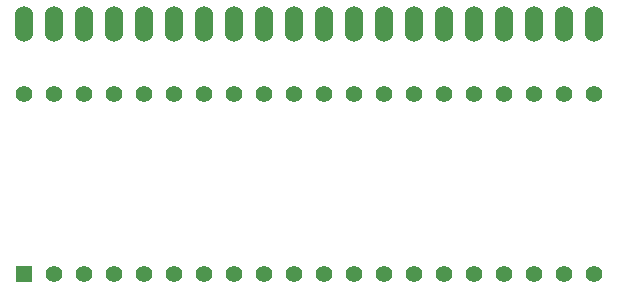
<source format=gts>
G04 (created by PCBNEW (2013-07-07 BZR 4022)-stable) date 2/28/2015 2:35:59 PM*
%MOIN*%
G04 Gerber Fmt 3.4, Leading zero omitted, Abs format*
%FSLAX34Y34*%
G01*
G70*
G90*
G04 APERTURE LIST*
%ADD10C,0.00590551*%
%ADD11O,0.06X0.12*%
%ADD12R,0.055X0.055*%
%ADD13C,0.055*%
G04 APERTURE END LIST*
G54D10*
G54D11*
X44834Y-38090D03*
X45834Y-38090D03*
X46834Y-38090D03*
X47834Y-38090D03*
X48834Y-38090D03*
X49834Y-38090D03*
X50834Y-38090D03*
X51834Y-38090D03*
X52834Y-38090D03*
X53834Y-38090D03*
X54834Y-38090D03*
X55834Y-38090D03*
X56834Y-38090D03*
X57834Y-38090D03*
X58834Y-38090D03*
X59834Y-38090D03*
X60834Y-38090D03*
X61834Y-38090D03*
X62834Y-38090D03*
X63834Y-38090D03*
G54D12*
X44834Y-46410D03*
G54D13*
X45834Y-46410D03*
X46834Y-46410D03*
X47834Y-46410D03*
X48834Y-46410D03*
X49834Y-46410D03*
X50834Y-46410D03*
X51834Y-46410D03*
X52834Y-46410D03*
X53834Y-46410D03*
X54834Y-46410D03*
X55834Y-46410D03*
X56834Y-46410D03*
X57834Y-46410D03*
X58834Y-46410D03*
X59834Y-46410D03*
X60834Y-46410D03*
X61834Y-46410D03*
X62834Y-46410D03*
X63834Y-46410D03*
X63834Y-40410D03*
X62834Y-40410D03*
X61834Y-40410D03*
X60834Y-40410D03*
X59834Y-40410D03*
X58834Y-40410D03*
X57834Y-40410D03*
X56834Y-40410D03*
X55834Y-40410D03*
X54834Y-40410D03*
X53834Y-40410D03*
X52834Y-40410D03*
X51834Y-40410D03*
X50834Y-40410D03*
X49834Y-40410D03*
X48834Y-40410D03*
X47834Y-40410D03*
X46834Y-40410D03*
X45834Y-40410D03*
X44834Y-40410D03*
M02*

</source>
